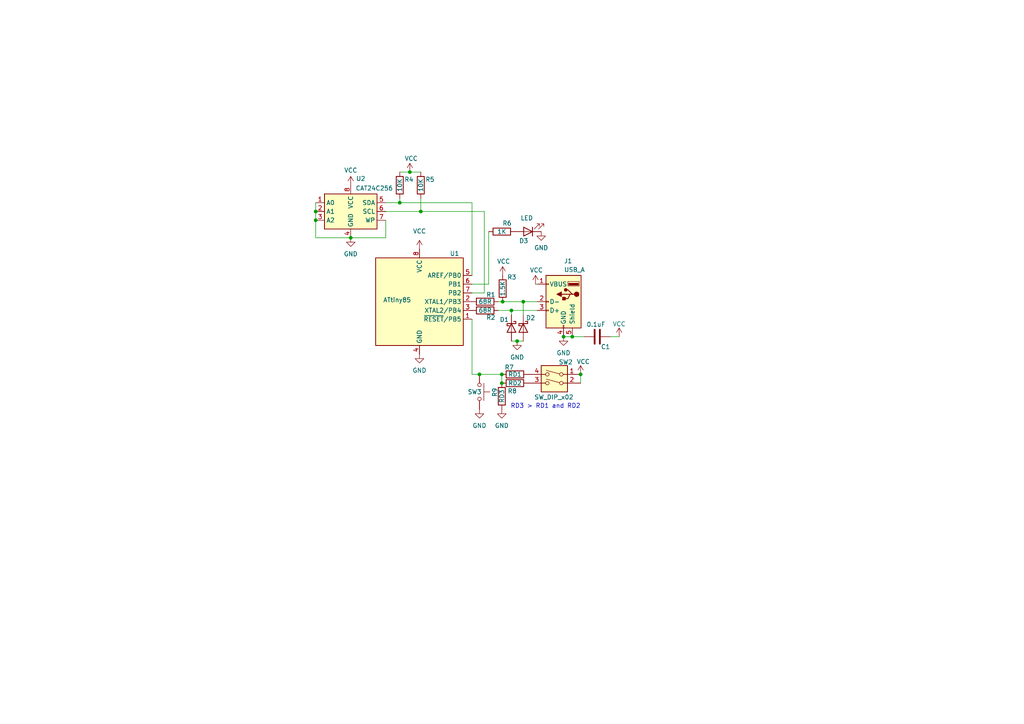
<source format=kicad_sch>
(kicad_sch (version 20230121) (generator eeschema)
  (paper "A4")
  (lib_symbols
    (symbol "Connector:USB_A" (pin_names (offset 1.016))
      (property "Reference" "J1" (at -0.127 11.811 0))
      (property "Value" "USB_A" (at -0.127 9.271 0))
      (symbol "USB_A_0_1"
        (rectangle (start -5.08 -7.62) (end 5.08 7.62) (stroke (width 0.254)) (fill (type background)))
        (circle (center -3.81 2.159) (radius 0.635) (stroke (width 0.254)) (fill (type outline)))
        (rectangle (start -1.524 4.826) (end -4.318 5.334) (fill (type outline)))
        (rectangle (start -1.27 4.572) (end -4.572 5.842))
        (circle (center -0.635 3.429) (radius 0.381) (stroke (width 0.254)) (fill (type outline)))
        (rectangle (start -0.127 -7.62) (end 0.127 -6.858))
        (polyline (pts (xy -3.175 2.159) (xy -2.54 2.159) (xy -1.27 3.429) (xy -0.635 3.429)) (stroke (width 0.254)))
        (polyline (pts (xy -2.54 2.159) (xy -1.905 2.159) (xy -1.27 0.889) (xy 0 0.889)) (stroke (width 0.254)))
        (polyline (pts (xy 0.635 2.794) (xy 0.635 1.524) (xy 1.905 2.159) (xy 0.635 2.794)) (stroke (width 0.254)) (fill (type outline)))
        (rectangle (start 0.254 1.27) (end -0.508 0.508) (stroke (width 0.254)) (fill (type outline)))
        (rectangle (start 5.08 -2.667) (end 4.318 -2.413))
        (rectangle (start 5.08 -0.127) (end 4.318 0.127))
        (rectangle (start 5.08 4.953) (end 4.318 5.207))
      )
      (symbol "USB_A_1_1"
        (polyline (pts (xy -1.905 2.159) (xy 0.635 2.159)) (stroke (width 0.254)))
        (pin power_in line (at 7.62 5.08 180) (length 2.54) (name "VBUS") (number "1"))
        (pin bidirectional line (at 7.62 0 180) (length 2.54) (name "D-") (number "2"))
        (pin bidirectional line (at 7.62 -2.54 180) (length 2.54) (name "D+") (number "3"))
        (pin power_in line (at 0 -10.16 90) (length 2.54) (name "GND") (number "4"))
        (pin passive line (at -2.54 -10.16 90) (length 2.54) (name "Shield") (number "5"))
      )
    )
    (symbol "Device:C" (pin_numbers hide) (pin_names (offset 0.254))
      (property "Reference" "C" (at 0.635 2.54 0))
      (property "Value" "C" (at 0.635 -2.54 0))
      (symbol "C_0_1"
        (polyline (pts (xy -2.032 -0.762) (xy 2.032 -0.762)) (stroke (width 0.508)))
        (polyline (pts (xy -2.032 0.762) (xy 2.032 0.762)) (stroke (width 0.508)))
      )
      (symbol "C_1_1"
        (pin passive line (at 0 3.81 270) (length 2.794) (name "~") (number "1"))
        (pin passive line (at 0 -3.81 90) (length 2.794) (name "~") (number "2"))
      )
    )
    (symbol "Device:LED" (pin_numbers hide) (pin_names (offset 1.016) hide)
      (property "Reference" "D" (at 0 2.54 0))
      (property "Value" "LED" (at 0 -2.54 0))
      (symbol "LED_0_1"
        (polyline (pts (xy -1.27 -1.27) (xy -1.27 1.27)) (stroke (width 0.254)))
        (polyline (pts (xy -1.27 0) (xy 1.27 0)))
        (polyline (pts (xy 1.27 -1.27) (xy 1.27 1.27) (xy -1.27 0) (xy 1.27 -1.27)) (stroke (width 0.254)))
        (polyline (pts (xy -3.048 -0.762) (xy -4.572 -2.286) (xy -3.81 -2.286) (xy -4.572 -2.286) (xy -4.572 -1.524)))
        (polyline (pts (xy -1.778 -0.762) (xy -3.302 -2.286) (xy -2.54 -2.286) (xy -3.302 -2.286) (xy -3.302 -1.524)))
      )
      (symbol "LED_1_1"
        (pin passive line (at -3.81 0 0) (length 2.54) (name "K") (number "1"))
        (pin passive line (at 3.81 0 180) (length 2.54) (name "A") (number "2"))
      )
    )
    (symbol "Device:R" (pin_numbers hide) (pin_names (offset 0))
      (property "Reference" "R" (at 2.032 0 90))
      (property "Value" "R" (at 0 0 90))
      (symbol "R_0_1"
        (rectangle (start -1.016 -2.54) (end 1.016 2.54) (stroke (width 0.254)))
      )
      (symbol "R_1_1"
        (pin passive line (at 0 3.81 270) (length 1.27) (name "~") (number "1"))
        (pin passive line (at 0 -3.81 90) (length 1.27) (name "~") (number "2"))
      )
    )
    (symbol "Diode:1N5711UR" (pin_numbers hide) (pin_names (offset 1.016) hide)
      (property "Reference" "D" (at 0 2.54 0))
      (property "Value" "1N5711UR" (at 0 -2.54 0))
      (symbol "1N5711UR_0_1"
        (polyline (pts (xy 1.27 0) (xy -1.27 0)))
        (polyline (pts (xy 1.27 1.27) (xy 1.27 -1.27) (xy -1.27 0) (xy 1.27 1.27)) (stroke (width 0.254)))
        (polyline (pts (xy -1.905 0.635) (xy -1.905 1.27) (xy -1.27 1.27) (xy -1.27 -1.27) (xy -0.635 -1.27) (xy -0.635 -0.635)) (stroke (width 0.254)))
      )
      (symbol "1N5711UR_1_1"
        (pin passive line (at -3.81 0 0) (length 2.54) (name "K") (number "1"))
        (pin passive line (at 3.81 0 180) (length 2.54) (name "A") (number "2"))
      )
    )
    (symbol "MCU_Microchip_ATtiny:ATtiny85-20S"
      (property "Reference" "U" (at -12.7 13.97 0))
      (property "Value" "ATtiny85-20S" (at 2.54 -13.97 0))
      (symbol "ATtiny85-20S_0_1"
        (rectangle (start -12.7 -12.7) (end 12.7 12.7) (stroke (width 0.254)) (fill (type background)))
      )
      (symbol "ATtiny85-20S_1_1"
        (pin bidirectional line (at 15.24 -5.08 180) (length 2.54) (name "~{RESET}/PB5") (number "1"))
        (pin bidirectional line (at 15.24 0 180) (length 2.54) (name "XTAL1/PB3") (number "2"))
        (pin bidirectional line (at 15.24 -2.54 180) (length 2.54) (name "XTAL2/PB4") (number "3"))
        (pin power_in line (at 0 -15.24 90) (length 2.54) (name "GND") (number "4"))
        (pin bidirectional line (at 15.24 7.62 180) (length 2.54) (name "AREF/PB0") (number "5"))
        (pin bidirectional line (at 15.24 5.08 180) (length 2.54) (name "PB1") (number "6"))
        (pin bidirectional line (at 15.24 2.54 180) (length 2.54) (name "PB2") (number "7"))
        (pin power_in line (at 0 15.24 270) (length 2.54) (name "VCC") (number "8"))
      )
    )
    (symbol "Memory_EEPROM:CAT24C256"
      (property "Reference" "U" (at -6.35 6.35 0))
      (property "Value" "CAT24C256" (at 1.27 6.35 0))
      (symbol "CAT24C256_1_1"
        (rectangle (start -7.62 5.08) (end 7.62 -5.08) (stroke (width 0.254)) (fill (type background)))
        (pin input line (at -10.16 2.54 0) (length 2.54) (name "A0") (number "1"))
        (pin input line (at -10.16 0 0) (length 2.54) (name "A1") (number "2"))
        (pin input line (at -10.16 -2.54 0) (length 2.54) (name "A2") (number "3"))
        (pin power_in line (at 0 -7.62 90) (length 2.54) (name "GND") (number "4"))
        (pin bidirectional line (at 10.16 2.54 180) (length 2.54) (name "SDA") (number "5"))
        (pin input line (at 10.16 0 180) (length 2.54) (name "SCL") (number "6"))
        (pin input line (at 10.16 -2.54 180) (length 2.54) (name "WP") (number "7"))
        (pin power_in line (at 0 7.62 270) (length 2.54) (name "VCC") (number "8"))
      )
    )
    (symbol "Switch:SW_DIP_x02" (pin_names (offset 0) hide)
      (property "Reference" "SW" (at 0 6.35 0))
      (property "Value" "SW_DIP_x02" (at 0 -3.81 0))
      (symbol "SW_DIP_x02_0_0"
        (circle (center -2.032 0) (radius 0.508))
        (circle (center -2.032 2.54) (radius 0.508))
        (polyline (pts (xy -1.524 0.127) (xy 2.3622 1.1684)))
        (polyline (pts (xy -1.524 2.667) (xy 2.3622 3.7084)))
        (circle (center 2.032 0) (radius 0.508))
        (circle (center 2.032 2.54) (radius 0.508))
      )
      (symbol "SW_DIP_x02_0_1"
        (rectangle (start -3.81 5.08) (end 3.81 -2.54) (stroke (width 0.254)) (fill (type background)))
      )
      (symbol "SW_DIP_x02_1_1"
        (pin passive line (at -7.62 2.54 0) (length 5.08) (name "~") (number "1"))
        (pin passive line (at -7.62 0 0) (length 5.08) (name "~") (number "2"))
        (pin passive line (at 7.62 0 180) (length 5.08) (name "~") (number "3"))
        (pin passive line (at 7.62 2.54 180) (length 5.08) (name "~") (number "4"))
      )
    )
    (symbol "Switch:SW_Push" (pin_numbers hide) (pin_names (offset 1.016) hide)
      (property "Reference" "SW" (at 1.27 2.54 0))
      (property "Value" "SW_Push" (at 0 -1.524 0))
      (symbol "SW_Push_0_1"
        (circle (center -2.032 0) (radius 0.508))
        (polyline (pts (xy 0 1.27) (xy 0 3.048)))
        (polyline (pts (xy 2.54 1.27) (xy -2.54 1.27)))
        (circle (center 2.032 0) (radius 0.508))
        (pin passive line (at -5.08 0 0) (length 2.54) (name "1") (number "1"))
        (pin passive line (at 5.08 0 180) (length 2.54) (name "2") (number "2"))
      )
    )
    (symbol "power:GND" (power) (pin_names (offset 0))
      (property "Value" "GND" (at 0 -3.81 0))
      (symbol "GND_0_1"
        (polyline (pts (xy 0 0) (xy 0 -1.27) (xy 1.27 -1.27) (xy 0 -2.54) (xy -1.27 -1.27) (xy 0 -1.27)))
      )
      (symbol "GND_1_1"
        (pin power_in line (at 0 0 270) (length 0) hide (name "GND") (number "1"))
      )
    )
    (symbol "power:VCC" (power) (pin_names (offset 0))
      (property "Value" "VCC" (at 0 3.81 0))
      (symbol "VCC_0_1"
        (polyline (pts (xy -0.762 1.27) (xy 0 2.54)))
        (polyline (pts (xy 0 0) (xy 0 2.54)))
        (polyline (pts (xy 0 2.54) (xy 0.762 1.27)))
      )
      (symbol "VCC_1_1"
        (pin power_in line (at 0 0 90) (length 0) hide (name "VCC") (number "1"))
      )
    )
  )
  (junction (at 145.542 111.125))
  (junction (at 145.796 87.503))
  (junction (at 139.065 108.585))
  (junction (at 118.872 49.911))
  (junction (at 145.542 108.585))
  (junction (at 122.047 61.341))
  (junction (at 101.727 68.961))
  (junction (at 148.336 90.043))
  (junction (at 168.402 108.585))
  (junction (at 91.567 63.881))
  (junction (at 151.765 87.503))
  (junction (at 149.987 98.933))
  (junction (at 91.567 61.341))
  (junction (at 115.951 58.801))
  (junction (at 163.449 97.663))
  (junction (at 165.989 97.663))
  (wire (pts (xy 140.462 84.963) (xy 140.462 61.341)))
  (wire (pts (xy 91.567 61.341) (xy 91.567 58.801)))
  (wire (pts (xy 168.402 108.585) (xy 168.402 111.125)))
  (wire (pts (xy 155.321 82.423) (xy 155.829 82.423)))
  (wire (pts (xy 179.578 97.663) (xy 177.038 97.663)))
  (wire (pts (xy 136.906 108.585) (xy 139.065 108.585)))
  (wire (pts (xy 151.765 91.313) (xy 151.765 87.503)))
  (wire (pts (xy 149.987 98.933) (xy 151.765 98.933)))
  (wire (pts (xy 145.542 108.585) (xy 145.542 111.125)))
  (wire (pts (xy 136.906 84.963) (xy 140.462 84.963)))
  (wire (pts (xy 148.336 90.043) (xy 155.829 90.043)))
  (wire (pts (xy 136.906 82.423) (xy 141.732 82.423)))
  (wire (pts (xy 101.727 68.961) (xy 111.887 68.961)))
  (wire (pts (xy 145.796 87.503) (xy 144.526 87.503)))
  (wire (pts (xy 141.732 67.183) (xy 141.732 82.423)))
  (wire (pts (xy 115.951 49.911) (xy 118.872 49.911)))
  (wire (pts (xy 145.542 108.585) (xy 139.065 108.585)))
  (wire (pts (xy 91.567 68.961) (xy 91.567 63.881)))
  (wire (pts (xy 91.567 63.881) (xy 91.567 61.341)))
  (wire (pts (xy 101.727 68.961) (xy 91.567 68.961)))
  (wire (pts (xy 145.796 87.503) (xy 151.765 87.503)))
  (wire (pts (xy 136.906 108.585) (xy 136.906 92.583)))
  (wire (pts (xy 148.336 98.933) (xy 149.987 98.933)))
  (wire (pts (xy 163.449 97.663) (xy 165.989 97.663)))
  (wire (pts (xy 169.418 97.663) (xy 165.989 97.663)))
  (wire (pts (xy 111.887 61.341) (xy 122.047 61.341)))
  (wire (pts (xy 144.526 90.043) (xy 148.336 90.043)))
  (wire (pts (xy 136.906 79.883) (xy 136.906 58.801)))
  (wire (pts (xy 115.951 58.801) (xy 111.887 58.801)))
  (wire (pts (xy 155.829 87.503) (xy 151.765 87.503)))
  (wire (pts (xy 115.951 58.801) (xy 136.906 58.801)))
  (wire (pts (xy 115.951 57.531) (xy 115.951 58.801)))
  (wire (pts (xy 122.047 61.341) (xy 140.462 61.341)))
  (wire (pts (xy 122.047 57.531) (xy 122.047 61.341)))
  (wire (pts (xy 148.336 91.313) (xy 148.336 90.043)))
  (wire (pts (xy 118.872 49.911) (xy 122.047 49.911)))
  (wire (pts (xy 111.887 68.961) (xy 111.887 63.881)))
  (text "RD3 > RD1 and RD2" (at 168.402 118.618 0) (effects (font (size 1.27 1.27)) (justify right bottom)))
  (symbol (lib_id "power:GND") (at 149.987 98.933 0) (mirror y) (unit 1)
    (property "Reference" "#PWR06" (effects hide))
    (property "Value" "GND" (at 149.987 103.632 0))
  )
  (symbol (lib_id "Connector:USB_A") (at 163.449 87.503 0) (mirror y) (unit 1)
    (property "Reference" "J1" (at 163.576 75.692 0) (effects (justify right)))
    (property "Value" "USB_A" (at 163.576 78.232 0) (effects (justify right)))
    (property "Footprint" "Connector_USB:USB_A_CNCTech_1001-011-01101_Horizontal" (effects hide))
    (property "Datasheet" " ~" (effects hide))
  )
  (symbol (lib_id "Device:R") (at 145.542 67.183 90) (unit 1)
    (property "Reference" "R6" (at 147.066 64.77 90))
    (property "Value" "1K" (at 145.542 67.183 90))
    (property "Footprint" "Resistor_SMD:R_0603_1608Metric_Pad0.98x0.95mm_HandSolder" (effects hide))
  )
  (symbol (lib_id "Device:C") (at 173.228 97.663 90) (unit 1)
    (property "Reference" "C1" (at 175.641 100.584 90))
    (property "Value" "0.1uF" (at 172.847 94.107 90))
    (property "Footprint" "Capacitor_SMD:C_0805_2012Metric_Pad1.18x1.45mm_HandSolder" (effects hide))
  )
  (symbol (lib_id "Diode:1N5711UR") (at 151.765 95.123 270) (unit 1)
    (property "Reference" "D2" (at 152.527 92.202 90) (effects (justify left)))
    (property "Value" "1N5711UR" (effects hide))
    (property "Footprint" "Diode_SMD:D_0603_1608Metric_Pad1.05x0.95mm_HandSolder" (effects hide))
    (property "Datasheet" "https://www.microsemi.com/document-portal/doc_download/131890-lds-0040-1-datasheet" (effects hide))
  )
  (symbol (lib_id "Device:R") (at 140.716 90.043 90) (unit 1)
    (property "Reference" "R2" (at 142.367 92.075 90))
    (property "Value" "68R" (at 140.716 90.043 90))
    (property "Footprint" "Resistor_SMD:R_0603_1608Metric_Pad0.98x0.95mm_HandSolder" (effects hide))
  )
  (symbol (lib_id "power:VCC") (at 155.321 82.423 0) (unit 1)
    (property "Reference" "#PWR04" (effects hide))
    (property "Value" "VCC" (at 155.575 78.359 0))
  )
  (symbol (lib_id "power:GND") (at 163.449 97.663 0) (mirror y) (unit 1)
    (property "Reference" "#PWR03" (effects hide))
    (property "Value" "GND" (at 163.449 102.362 0))
  )
  (symbol (lib_id "power:VCC") (at 179.578 97.663 0) (unit 1)
    (property "Reference" "#PWR07" (effects hide))
    (property "Value" "VCC" (at 179.578 93.98 0))
  )
  (symbol (lib_id "Device:R") (at 140.716 87.503 90) (unit 1)
    (property "Reference" "R1" (at 142.367 85.471 90))
    (property "Value" "68R" (at 140.716 87.503 90))
    (property "Footprint" "Resistor_SMD:R_0603_1608Metric_Pad0.98x0.95mm_HandSolder" (effects hide))
  )
  (symbol (lib_id "power:VCC") (at 145.796 79.883 0) (unit 1)
    (property "Reference" "#PWR05" (effects hide))
    (property "Value" "VCC" (at 146.05 75.819 0))
  )
  (symbol (lib_id "Switch:SW_Push") (at 139.065 113.665 270) (mirror x) (unit 1)
    (property "Reference" "SW3" (at 137.668 113.665 90))
    (property "Value" "SW_Push" (effects hide))
  )
  (symbol (lib_id "power:GND") (at 121.666 102.743 0) (unit 1)
    (property "Reference" "#PWR02" (effects hide))
    (property "Value" "GND" (at 121.666 107.442 0))
  )
  (symbol (lib_id "Memory_EEPROM:CAT24C256") (at 101.727 61.341 0) (unit 1)
    (property "Reference" "U2" (at 103.251 51.816 0) (effects (justify left)))
    (property "Value" "CAT24C256" (at 103.124 54.61 0) (effects (justify left)))
    (property "Footprint" "Package_SO:SOIC-8_3.9x4.9mm_P1.27mm" (effects hide))
    (property "Datasheet" "https://www.onsemi.cn/PowerSolutions/document/CAT24C256-D.PDF" (effects hide))
  )
  (symbol (lib_id "power:VCC") (at 168.402 108.585 0) (mirror y) (unit 1)
    (property "Reference" "#PWR013" (effects hide))
    (property "Value" "VCC" (at 169.164 104.902 0))
  )
  (symbol (lib_id "Device:R") (at 115.951 53.721 180) (unit 1)
    (property "Reference" "R4" (at 118.618 52.07 0))
    (property "Value" "10K" (at 115.951 53.721 90))
    (property "Footprint" "Resistor_SMD:R_0603_1608Metric_Pad0.98x0.95mm_HandSolder" (effects hide))
  )
  (symbol (lib_id "Device:R") (at 149.352 108.585 270) (mirror x) (unit 1)
    (property "Reference" "R7" (at 147.701 106.553 90))
    (property "Value" "RD1" (at 149.352 108.585 90))
    (property "Footprint" "Resistor_SMD:R_0603_1608Metric_Pad0.98x0.95mm_HandSolder" (effects hide))
  )
  (symbol (lib_id "power:GND") (at 139.065 118.745 0) (unit 1)
    (property "Reference" "#PWR012" (effects hide))
    (property "Value" "GND" (at 139.065 123.444 0))
  )
  (symbol (lib_id "Device:R") (at 122.047 53.721 180) (unit 1)
    (property "Reference" "R5" (at 124.714 52.07 0))
    (property "Value" "10K" (at 122.047 53.721 90))
    (property "Footprint" "Resistor_SMD:R_0603_1608Metric_Pad0.98x0.95mm_HandSolder" (effects hide))
  )
  (symbol (lib_id "MCU_Microchip_ATtiny:ATtiny85-20S") (at 121.666 87.503 0) (unit 1)
    (property "Reference" "U1" (at 133.223 73.533 0) (effects (justify right)))
    (property "Value" "ATtiny85" (at 119.253 86.995 0) (effects (justify right)))
    (property "Footprint" "Package_SO:SOIC-8W_5.3x5.3mm_P1.27mm" (effects hide))
    (property "Datasheet" "http://ww1.microchip.com/downloads/en/DeviceDoc/atmel-2586-avr-8-bit-microcontroller-attiny25-attiny45-attiny85_datasheet.pdf" (effects hide))
  )
  (symbol (lib_id "power:VCC") (at 101.727 53.721 0) (unit 1)
    (property "Reference" "#PWR09" (effects hide))
    (property "Value" "VCC" (at 101.727 49.403 0))
  )
  (symbol (lib_id "Switch:SW_DIP_x02") (at 160.782 111.125 0) (mirror y) (unit 1)
    (property "Reference" "SW2" (at 164.084 105.029 0))
    (property "Value" "SW_DIP_x02" (at 160.655 115.189 0))
  )
  (symbol (lib_id "power:VCC") (at 118.872 49.911 0) (unit 1)
    (property "Reference" "#PWR010" (effects hide))
    (property "Value" "VCC" (at 119.253 45.974 0))
  )
  (symbol (lib_id "Device:R") (at 149.352 111.125 270) (mirror x) (unit 1)
    (property "Reference" "R8" (at 148.59 113.411 90))
    (property "Value" "RD2" (at 149.352 111.125 90))
    (property "Footprint" "Resistor_SMD:R_0603_1608Metric_Pad0.98x0.95mm_HandSolder" (effects hide))
  )
  (symbol (lib_id "power:GND") (at 145.542 118.745 0) (unit 1)
    (property "Reference" "#PWR014" (effects hide))
    (property "Value" "GND" (at 145.542 123.444 0))
  )
  (symbol (lib_id "Diode:1N5711UR") (at 148.336 95.123 270) (unit 1)
    (property "Reference" "D1" (at 144.907 92.71 90) (effects (justify left)))
    (property "Value" "1N5711UR" (effects hide))
    (property "Footprint" "Diode_SMD:D_0603_1608Metric_Pad1.05x0.95mm_HandSolder" (effects hide))
    (property "Datasheet" "https://www.microsemi.com/document-portal/doc_download/131890-lds-0040-1-datasheet" (effects hide))
  )
  (symbol (lib_id "power:VCC") (at 121.666 72.263 0) (unit 1)
    (property "Reference" "#PWR01" (effects hide))
    (property "Value" "VCC" (at 121.666 67.056 0))
  )
  (symbol (lib_id "Device:LED") (at 153.162 67.183 180) (unit 1)
    (property "Reference" "D3" (at 151.892 69.85 0))
    (property "Value" "LED" (at 152.781 63.246 0))
  )
  (symbol (lib_id "power:GND") (at 101.727 68.961 0) (unit 1)
    (property "Reference" "#PWR08" (effects hide))
    (property "Value" "GND" (at 101.727 73.66 0))
  )
  (symbol (lib_id "Device:R") (at 145.542 114.935 0) (mirror x) (unit 1)
    (property "Reference" "R9" (at 143.51 113.792 90))
    (property "Value" "RD3" (at 145.542 114.935 90))
    (property "Footprint" "Resistor_SMD:R_0603_1608Metric_Pad0.98x0.95mm_HandSolder" (effects hide))
  )
  (symbol (lib_id "Device:R") (at 145.796 83.693 180) (unit 1)
    (property "Reference" "R3" (at 148.463 80.391 0))
    (property "Value" "1.5K" (at 145.796 83.693 90))
    (property "Footprint" "Resistor_SMD:R_0603_1608Metric_Pad0.98x0.95mm_HandSolder" (effects hide))
  )
  (symbol (lib_id "power:GND") (at 156.972 67.183 0) (unit 1)
    (property "Reference" "#PWR011" (effects hide))
    (property "Value" "GND" (at 156.972 71.882 0))
  )
)
</source>
